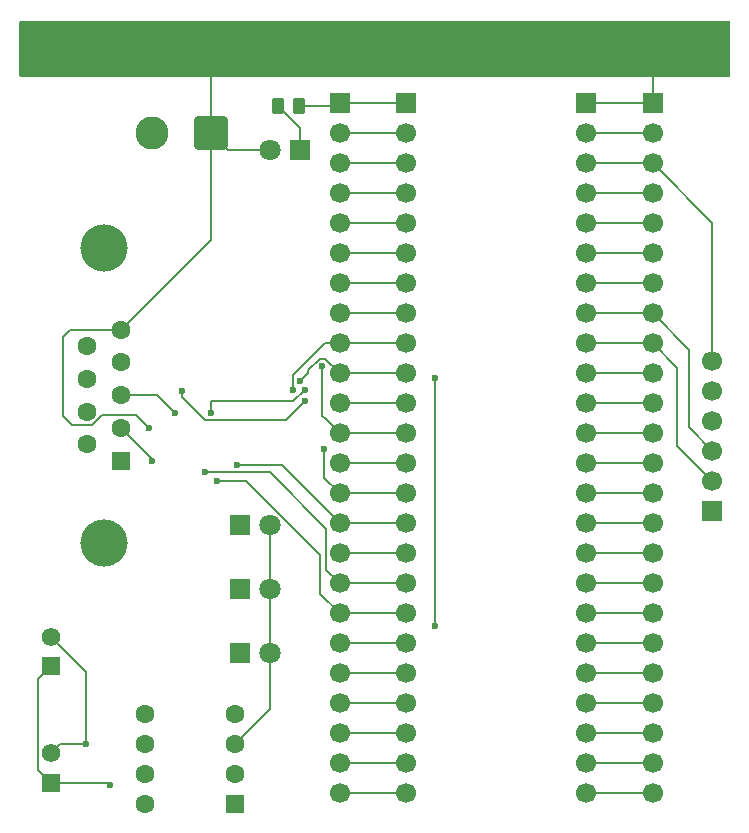
<source format=gbr>
%TF.GenerationSoftware,KiCad,Pcbnew,9.0.5*%
%TF.CreationDate,2025-10-05T13:45:15-05:00*%
%TF.ProjectId,ATO-Encoder-PCB,41544f2d-456e-4636-9f64-65722d504342,rev?*%
%TF.SameCoordinates,Original*%
%TF.FileFunction,Copper,L1,Top*%
%TF.FilePolarity,Positive*%
%FSLAX46Y46*%
G04 Gerber Fmt 4.6, Leading zero omitted, Abs format (unit mm)*
G04 Created by KiCad (PCBNEW 9.0.5) date 2025-10-05 13:45:15*
%MOMM*%
%LPD*%
G01*
G04 APERTURE LIST*
G04 Aperture macros list*
%AMRoundRect*
0 Rectangle with rounded corners*
0 $1 Rounding radius*
0 $2 $3 $4 $5 $6 $7 $8 $9 X,Y pos of 4 corners*
0 Add a 4 corners polygon primitive as box body*
4,1,4,$2,$3,$4,$5,$6,$7,$8,$9,$2,$3,0*
0 Add four circle primitives for the rounded corners*
1,1,$1+$1,$2,$3*
1,1,$1+$1,$4,$5*
1,1,$1+$1,$6,$7*
1,1,$1+$1,$8,$9*
0 Add four rect primitives between the rounded corners*
20,1,$1+$1,$2,$3,$4,$5,0*
20,1,$1+$1,$4,$5,$6,$7,0*
20,1,$1+$1,$6,$7,$8,$9,0*
20,1,$1+$1,$8,$9,$2,$3,0*%
G04 Aperture macros list end*
%TA.AperFunction,ComponentPad*%
%ADD10R,1.800000X1.800000*%
%TD*%
%TA.AperFunction,ComponentPad*%
%ADD11C,1.800000*%
%TD*%
%TA.AperFunction,SMDPad,CuDef*%
%ADD12RoundRect,0.250000X-0.262500X-0.450000X0.262500X-0.450000X0.262500X0.450000X-0.262500X0.450000X0*%
%TD*%
%TA.AperFunction,ComponentPad*%
%ADD13RoundRect,0.250001X1.149999X1.149999X-1.149999X1.149999X-1.149999X-1.149999X1.149999X-1.149999X0*%
%TD*%
%TA.AperFunction,ComponentPad*%
%ADD14C,2.800000*%
%TD*%
%TA.AperFunction,ComponentPad*%
%ADD15RoundRect,0.250000X0.550000X0.550000X-0.550000X0.550000X-0.550000X-0.550000X0.550000X-0.550000X0*%
%TD*%
%TA.AperFunction,ComponentPad*%
%ADD16C,1.600000*%
%TD*%
%TA.AperFunction,ComponentPad*%
%ADD17R,1.575000X1.575000*%
%TD*%
%TA.AperFunction,ComponentPad*%
%ADD18C,1.575000*%
%TD*%
%TA.AperFunction,ComponentPad*%
%ADD19C,1.700000*%
%TD*%
%TA.AperFunction,ComponentPad*%
%ADD20R,1.700000X1.700000*%
%TD*%
%TA.AperFunction,ComponentPad*%
%ADD21R,1.600000X1.600000*%
%TD*%
%TA.AperFunction,ComponentPad*%
%ADD22C,4.000000*%
%TD*%
%TA.AperFunction,ViaPad*%
%ADD23C,0.600000*%
%TD*%
%TA.AperFunction,Conductor*%
%ADD24C,0.200000*%
%TD*%
G04 APERTURE END LIST*
D10*
%TO.P,D4,1,K*%
%TO.N,Net-(D4-K)*%
X155526326Y-56729615D03*
D11*
%TO.P,D4,2,A*%
%TO.N,+5V*%
X152986326Y-56729615D03*
%TD*%
D10*
%TO.P,D3,1,K*%
%TO.N,Net-(D3-K)*%
X150450996Y-99271292D03*
D11*
%TO.P,D3,2,A*%
%TO.N,+5V*%
X152990996Y-99271292D03*
%TD*%
D10*
%TO.P,D2,1,K*%
%TO.N,Net-(D2-K)*%
X150450996Y-93871292D03*
D11*
%TO.P,D2,2,A*%
%TO.N,+5V*%
X152990996Y-93871292D03*
%TD*%
D10*
%TO.P,D1,1,K*%
%TO.N,Net-(D1-K)*%
X150450996Y-88471292D03*
D11*
%TO.P,D1,2,A*%
%TO.N,+5V*%
X152990996Y-88471292D03*
%TD*%
D12*
%TO.P,R10,1*%
%TO.N,Net-(D4-K)*%
X153675000Y-53000000D03*
%TO.P,R10,2*%
%TO.N,GND*%
X155500000Y-53000000D03*
%TD*%
D13*
%TO.P,J5,1,Pin_1*%
%TO.N,+5V*%
X147999999Y-55237433D03*
D14*
%TO.P,J5,2,Pin_2*%
%TO.N,GND*%
X142999999Y-55237433D03*
%TD*%
D15*
%TO.P,IC1,1,TXD*%
%TO.N,/CTX3*%
X150078300Y-112054127D03*
D16*
%TO.P,IC1,2,VSS*%
%TO.N,GND*%
X150078300Y-109514127D03*
%TO.P,IC1,3,VDD*%
%TO.N,+5V*%
X150078300Y-106974127D03*
%TO.P,IC1,4,RXD*%
%TO.N,/CRX3*%
X150078300Y-104434127D03*
%TO.P,IC1,5,SPLIT*%
%TO.N,Net-(IC1-SPLIT)*%
X142458300Y-104434127D03*
%TO.P,IC1,6,CANL*%
%TO.N,/CANL3*%
X142458300Y-106974127D03*
%TO.P,IC1,7,CANH*%
%TO.N,/CANH3*%
X142458300Y-109514127D03*
%TO.P,IC1,8,STBY*%
%TO.N,GND*%
X142458300Y-112054127D03*
%TD*%
D17*
%TO.P,J3,1,1*%
%TO.N,/CANH3*%
X134453300Y-100419127D03*
D18*
%TO.P,J3,2,2*%
%TO.N,/CANL3*%
X134453300Y-97919127D03*
%TD*%
D19*
%TO.P,JP1,24,24*%
%TO.N,Net-(U$1-P32{slash}OUT1B)*%
X158915663Y-111177632D03*
%TO.P,JP1,23,23*%
%TO.N,/CTX3*%
X158915663Y-108637632D03*
%TO.P,JP1,22,22*%
%TO.N,/CRX3*%
X158915663Y-106097632D03*
%TO.P,JP1,21,21*%
%TO.N,Net-(U$1-P29{slash}PWM{slash}TX7)*%
X158915663Y-103557632D03*
%TO.P,JP1,20,20*%
%TO.N,Net-(U$1-P28{slash}PWM{slash}RX7)*%
X158915663Y-101017632D03*
%TO.P,JP1,19,19*%
%TO.N,Net-(U$1-P27{slash}SCK1{slash}A13)*%
X158915663Y-98477632D03*
%TO.P,JP1,18,18*%
%TO.N,SPI*%
X158915663Y-95937632D03*
%TO.P,JP1,17,17*%
%TO.N,ZO*%
X158915663Y-93397632D03*
%TO.P,JP1,16,16*%
%TO.N,Net-(U$1-P24{slash}PWM{slash}SCL2{slash}TX6{slash}A10)*%
X158915663Y-90857632D03*
%TO.P,JP1,15,15*%
%TO.N,/3v3*%
X158915663Y-88317632D03*
%TO.P,JP1,14,14*%
%TO.N,SDO*%
X158915663Y-85777632D03*
%TO.P,JP1,13,13*%
%TO.N,SDI*%
X158915663Y-83237632D03*
%TO.P,JP1,12,12*%
%TO.N,CS*%
X158915663Y-80697632D03*
%TO.P,JP1,11,11*%
%TO.N,Net-(U$1-P9{slash}PWM{slash}OUT1C)*%
X158915663Y-78157632D03*
%TO.P,JP1,10,10*%
%TO.N,Encoder Fault*%
X158915663Y-75617632D03*
%TO.P,JP1,9,9*%
%TO.N,BO*%
X158915663Y-73077632D03*
%TO.P,JP1,8,8*%
%TO.N,AO*%
X158915663Y-70537632D03*
%TO.P,JP1,7,7*%
%TO.N,Net-(U$1-P5{slash}PWM{slash}IN2)*%
X158915663Y-67997632D03*
%TO.P,JP1,6,6*%
%TO.N,Net-(U$1-P4{slash}PWM{slash}BCLK2)*%
X158915663Y-65457632D03*
%TO.P,JP1,5,5*%
%TO.N,Net-(U$1-P3{slash}PWM{slash}LRCLK2)*%
X158915663Y-62917632D03*
%TO.P,JP1,4,4*%
%TO.N,Net-(U$1-P2{slash}PWM{slash}OUT2)*%
X158915663Y-60377632D03*
%TO.P,JP1,3,3*%
%TO.N,/CTX2*%
X158915663Y-57837632D03*
%TO.P,JP1,2,2*%
%TO.N,/CRX2*%
X158915663Y-55297632D03*
D20*
%TO.P,JP1,1,1*%
%TO.N,GND*%
X158915663Y-52757632D03*
%TD*%
D19*
%TO.P,JP2,24,24*%
%TO.N,Net-(U$1-MCLK2{slash}PWM{slash}P33)*%
X185412783Y-111177632D03*
%TO.P,JP2,23,23*%
%TO.N,Net-(U$1-RX8{slash}P34)*%
X185412783Y-108637632D03*
%TO.P,JP2,22,22*%
%TO.N,Net-(U$1-TX8{slash}P35)*%
X185412783Y-106097632D03*
%TO.P,JP2,21,21*%
%TO.N,Net-(U$1-CS{slash}PWM{slash}P36)*%
X185412783Y-103557632D03*
%TO.P,JP2,20,20*%
%TO.N,Net-(U$1-CS{slash}PWM{slash}P37)*%
X185412783Y-101017632D03*
%TO.P,JP2,19,19*%
%TO.N,Net-(U$1-IN1{slash}CS1{slash}A14{slash}P38)*%
X185412783Y-98477632D03*
%TO.P,JP2,18,18*%
%TO.N,Net-(U$1-OUT1A{slash}MISO1{slash}A15{slash}P39)*%
X185412783Y-95937632D03*
%TO.P,JP2,17,17*%
%TO.N,Net-(U$1-A16{slash}P40)*%
X185412783Y-93397632D03*
%TO.P,JP2,16,16*%
%TO.N,Net-(U$1-A17{slash}P41)*%
X185412783Y-90857632D03*
%TO.P,JP2,15,15*%
%TO.N,GND*%
X185412783Y-88317632D03*
%TO.P,JP2,14,14*%
%TO.N,CLK*%
X185412783Y-85777632D03*
%TO.P,JP2,13,13*%
%TO.N,Net-(U$1-PWM{slash}S{slash}PDIF-OUT{slash}TX3{slash}A0{slash}P14)*%
X185412783Y-83237632D03*
%TO.P,JP2,12,12*%
%TO.N,Net-(U$1-PWM{slash}S{slash}PDIF-IN{slash}RX3{slash}A1{slash}P15)*%
X185412783Y-80697632D03*
%TO.P,JP2,11,11*%
%TO.N,Net-(U$1-SCL1{slash}RX4{slash}A2{slash}P16)*%
X185412783Y-78157632D03*
%TO.P,JP2,10,10*%
%TO.N,Net-(U$1-SDA1{slash}TX4{slash}A3{slash}P17)*%
X185412783Y-75617632D03*
%TO.P,JP2,9,9*%
%TO.N,SDA*%
X185412783Y-73077632D03*
%TO.P,JP2,8,8*%
%TO.N,SCL*%
X185412783Y-70537632D03*
%TO.P,JP2,7,7*%
%TO.N,Net-(U$1-LRCLK1{slash}TX5{slash}A6{slash}P20)*%
X185412783Y-67997632D03*
%TO.P,JP2,6,6*%
%TO.N,Net-(U$1-BLCK1{slash}RX5{slash}A7{slash}P21)*%
X185412783Y-65457632D03*
%TO.P,JP2,5,5*%
%TO.N,Net-(U$1-PWM{slash}CTX1{slash}A8{slash}P22)*%
X185412783Y-62917632D03*
%TO.P,JP2,4,4*%
%TO.N,Net-(U$1-PWM{slash}MCLK1{slash}CRX1{slash}A9{slash}P23)*%
X185412783Y-60377632D03*
%TO.P,JP2,3,3*%
%TO.N,/3v3*%
X185412783Y-57837632D03*
%TO.P,JP2,2,2*%
%TO.N,GND*%
X185412783Y-55297632D03*
D20*
%TO.P,JP2,1,1*%
%TO.N,+5V*%
X185412783Y-52757632D03*
%TD*%
D17*
%TO.P,J2,1,1*%
%TO.N,/CANH3*%
X134453300Y-110301627D03*
D18*
%TO.P,J2,2,2*%
%TO.N,/CANL3*%
X134453300Y-107801627D03*
%TD*%
D20*
%TO.P,U$1,P47,VIN*%
%TO.N,+5V*%
X179789223Y-52757632D03*
D19*
%TO.P,U$1,P46,GND@3*%
%TO.N,GND*%
X179789223Y-55297632D03*
%TO.P,U$1,P45,3V3@2*%
%TO.N,/3v3*%
X179789223Y-57837632D03*
%TO.P,U$1,P44,PWM/MCLK1/CRX1/A9/P23*%
%TO.N,Net-(U$1-PWM{slash}MCLK1{slash}CRX1{slash}A9{slash}P23)*%
X179789223Y-60377632D03*
%TO.P,U$1,P43,PWM/CTX1/A8/P22*%
%TO.N,Net-(U$1-PWM{slash}CTX1{slash}A8{slash}P22)*%
X179789223Y-62917632D03*
%TO.P,U$1,P42,BLCK1/RX5/A7/P21*%
%TO.N,Net-(U$1-BLCK1{slash}RX5{slash}A7{slash}P21)*%
X179789223Y-65457632D03*
%TO.P,U$1,P41,LRCLK1/TX5/A6/P20*%
%TO.N,Net-(U$1-LRCLK1{slash}TX5{slash}A6{slash}P20)*%
X179789223Y-67997632D03*
%TO.P,U$1,P40,PWM/SCL/A5/P19*%
%TO.N,SCL*%
X179789223Y-70537632D03*
%TO.P,U$1,P39,PWM/SDA/A4/P18*%
%TO.N,SDA*%
X179789223Y-73077632D03*
%TO.P,U$1,P38,SDA1/TX4/A3/P17*%
%TO.N,Net-(U$1-SDA1{slash}TX4{slash}A3{slash}P17)*%
X179789223Y-75617632D03*
%TO.P,U$1,P37,SCL1/RX4/A2/P16*%
%TO.N,Net-(U$1-SCL1{slash}RX4{slash}A2{slash}P16)*%
X179789223Y-78157632D03*
%TO.P,U$1,P36,PWM/S/PDIF-IN/RX3/A1/P15*%
%TO.N,Net-(U$1-PWM{slash}S{slash}PDIF-IN{slash}RX3{slash}A1{slash}P15)*%
X179789223Y-80697632D03*
%TO.P,U$1,P35,PWM/S/PDIF-OUT/TX3/A0/P14*%
%TO.N,Net-(U$1-PWM{slash}S{slash}PDIF-OUT{slash}TX3{slash}A0{slash}P14)*%
X179789223Y-83237632D03*
%TO.P,U$1,P34,PWM/SCK/(LED)P13*%
%TO.N,CLK*%
X179789223Y-85777632D03*
%TO.P,U$1,P33,GND@2*%
%TO.N,GND*%
X179789223Y-88317632D03*
%TO.P,U$1,P32,A17/P41*%
%TO.N,Net-(U$1-A17{slash}P41)*%
X179789223Y-90857632D03*
%TO.P,U$1,P31,A16/P40*%
%TO.N,Net-(U$1-A16{slash}P40)*%
X179789223Y-93397632D03*
%TO.P,U$1,P30,OUT1A/MISO1/A15/P39*%
%TO.N,Net-(U$1-OUT1A{slash}MISO1{slash}A15{slash}P39)*%
X179789223Y-95937632D03*
%TO.P,U$1,P29,IN1/CS1/A14/P38*%
%TO.N,Net-(U$1-IN1{slash}CS1{slash}A14{slash}P38)*%
X179789223Y-98477632D03*
%TO.P,U$1,P28,CS/PWM/P37*%
%TO.N,Net-(U$1-CS{slash}PWM{slash}P37)*%
X179789223Y-101017632D03*
%TO.P,U$1,P27,CS/PWM/P36*%
%TO.N,Net-(U$1-CS{slash}PWM{slash}P36)*%
X179789223Y-103557632D03*
%TO.P,U$1,P26,TX8/P35*%
%TO.N,Net-(U$1-TX8{slash}P35)*%
X179789223Y-106097632D03*
%TO.P,U$1,P25,RX8/P34*%
%TO.N,Net-(U$1-RX8{slash}P34)*%
X179789223Y-108637632D03*
%TO.P,U$1,P24,MCLK2/PWM/P33*%
%TO.N,Net-(U$1-MCLK2{slash}PWM{slash}P33)*%
X179789223Y-111177632D03*
%TO.P,U$1,P23,P32/OUT1B*%
%TO.N,Net-(U$1-P32{slash}OUT1B)*%
X164549223Y-111177632D03*
%TO.P,U$1,P22,P31/CTX3*%
%TO.N,/CTX3*%
X164549223Y-108637632D03*
%TO.P,U$1,P21,P30/CRX3*%
%TO.N,/CRX3*%
X164549223Y-106097632D03*
%TO.P,U$1,P20,P29/PWM/TX7*%
%TO.N,Net-(U$1-P29{slash}PWM{slash}TX7)*%
X164549223Y-103557632D03*
%TO.P,U$1,P19,P28/PWM/RX7*%
%TO.N,Net-(U$1-P28{slash}PWM{slash}RX7)*%
X164549223Y-101017632D03*
%TO.P,U$1,P18,P27/SCK1/A13*%
%TO.N,Net-(U$1-P27{slash}SCK1{slash}A13)*%
X164549223Y-98477632D03*
%TO.P,U$1,P17,P26/MOSI1/A12*%
%TO.N,SPI*%
X164549223Y-95937632D03*
%TO.P,U$1,P16,P25/PWM/SDA2/RX6/A11*%
%TO.N,ZO*%
X164549223Y-93397632D03*
%TO.P,U$1,P15,P24/PWM/SCL2/TX6/A10*%
%TO.N,Net-(U$1-P24{slash}PWM{slash}SCL2{slash}TX6{slash}A10)*%
X164549223Y-90857632D03*
%TO.P,U$1,P14,3V3@1*%
%TO.N,/3v3*%
X164549223Y-88317632D03*
%TO.P,U$1,P13,P12/PWM/MQSL/MISO*%
%TO.N,SDO*%
X164549223Y-85777632D03*
%TO.P,U$1,P12,P11/PWM/CTX1/MOSI*%
%TO.N,SDI*%
X164549223Y-83237632D03*
%TO.P,U$1,P11,P10/PWM/MQSR/CS*%
%TO.N,CS*%
X164549223Y-80697632D03*
%TO.P,U$1,P10,P9/PWM/OUT1C*%
%TO.N,Net-(U$1-P9{slash}PWM{slash}OUT1C)*%
X164549223Y-78157632D03*
%TO.P,U$1,P9,P8/PWM/IN1/TX2*%
%TO.N,Encoder Fault*%
X164549223Y-75617632D03*
%TO.P,U$1,P8,P7/PWM/OUT1A/RX2*%
%TO.N,BO*%
X164549223Y-73077632D03*
%TO.P,U$1,P7,P6/PWM/OUT1D*%
%TO.N,AO*%
X164549223Y-70537632D03*
%TO.P,U$1,P6,P5/PWM/IN2*%
%TO.N,Net-(U$1-P5{slash}PWM{slash}IN2)*%
X164549223Y-67997632D03*
%TO.P,U$1,P5,P4/PWM/BCLK2*%
%TO.N,Net-(U$1-P4{slash}PWM{slash}BCLK2)*%
X164549223Y-65457632D03*
%TO.P,U$1,P4,P3/PWM/LRCLK2*%
%TO.N,Net-(U$1-P3{slash}PWM{slash}LRCLK2)*%
X164549223Y-62917632D03*
%TO.P,U$1,P3,P2/PWM/OUT2*%
%TO.N,Net-(U$1-P2{slash}PWM{slash}OUT2)*%
X164549223Y-60377632D03*
%TO.P,U$1,P2,P1/PWM/CTX2/MISO1/TX1*%
%TO.N,/CTX2*%
X164549223Y-57837632D03*
%TO.P,U$1,P1,P0/PWM/CRX2/CS1/RX1*%
%TO.N,/CRX2*%
X164549223Y-55297632D03*
D20*
%TO.P,U$1,P0,GND@1*%
%TO.N,GND*%
X164549223Y-52757632D03*
%TD*%
D19*
%TO.P,J4,6,Pin_6*%
%TO.N,/3v3*%
X190483771Y-74559001D03*
%TO.P,J4,5,Pin_5*%
%TO.N,unconnected-(J4-Pin_5-Pad5)*%
X190483771Y-77099001D03*
%TO.P,J4,4,Pin_4*%
%TO.N,GND*%
X190483771Y-79639001D03*
%TO.P,J4,3,Pin_3*%
%TO.N,SCL*%
X190483771Y-82179001D03*
%TO.P,J4,2,Pin_2*%
%TO.N,SDA*%
X190483771Y-84719001D03*
D20*
%TO.P,J4,1,Pin_1*%
%TO.N,unconnected-(J4-Pin_1-Pad1)*%
X190483771Y-87259001D03*
%TD*%
D16*
%TO.P,J1,9,9*%
%TO.N,GND*%
X137547520Y-73310021D03*
%TO.P,J1,8,8*%
%TO.N,Net-(U1-~{A})*%
X137547520Y-76080021D03*
%TO.P,J1,7,7*%
%TO.N,Net-(U1-~{B})*%
X137547520Y-78850021D03*
%TO.P,J1,6,6*%
%TO.N,Net-(U1-~{Z})*%
X137547520Y-81620021D03*
%TO.P,J1,5,5*%
%TO.N,+5V*%
X140387520Y-71925021D03*
%TO.P,J1,4,4*%
%TO.N,Net-(U1-A)*%
X140387520Y-74695021D03*
%TO.P,J1,3,3*%
%TO.N,Net-(U1-B)*%
X140387520Y-77465021D03*
%TO.P,J1,2,2*%
%TO.N,Net-(U1-Z)*%
X140387520Y-80235021D03*
D21*
%TO.P,J1,1,1*%
%TO.N,GND*%
X140387520Y-83005021D03*
D22*
%TO.P,J1,0*%
%TO.N,N/C*%
X138967520Y-89965021D03*
X138967520Y-64965021D03*
%TD*%
D23*
%TO.N,CS*%
X157459070Y-75017632D03*
%TO.N,Encoder Fault*%
X155600000Y-76279788D03*
%TO.N,SPI*%
X148500000Y-84750000D03*
%TO.N,/3v3*%
X150250000Y-83400000D03*
%TO.N,ZO*%
X147500000Y-84000000D03*
%TO.N,+5V*%
X142750000Y-80250000D03*
%TO.N,Net-(U1-~{AFAULT})*%
X167000000Y-97000000D03*
X167000000Y-76000000D03*
%TO.N,BO*%
X155000000Y-77000000D03*
%TO.N,SDO*%
X157600000Y-82000000D03*
%TO.N,Net-(U1-~{B})*%
X156000000Y-78000000D03*
%TO.N,Net-(U1-B)*%
X148000000Y-79000000D03*
%TO.N,Net-(U1-~{B})*%
X145562635Y-77141425D03*
%TO.N,Net-(U1-B)*%
X156000000Y-77000000D03*
%TO.N,Net-(U1-Z)*%
X143000000Y-83000000D03*
%TO.N,Net-(U1-B)*%
X145000000Y-79000000D03*
%TO.N,/CANH3*%
X139508300Y-110434127D03*
%TO.N,/CANL3*%
X137458300Y-106984127D03*
%TD*%
D24*
%TO.N,+5V*%
X150078300Y-106974127D02*
X152990996Y-104061431D01*
X152990996Y-104061431D02*
X152990996Y-99271292D01*
%TO.N,CS*%
X157459070Y-79241040D02*
X157734015Y-79515985D01*
X157459070Y-75017632D02*
X157459070Y-79241040D01*
%TO.N,Encoder Fault*%
X156262156Y-75617632D02*
X156262156Y-75364603D01*
X157714663Y-74416632D02*
X158915663Y-75617632D01*
X156262156Y-75364603D02*
X157210127Y-74416632D01*
X157210127Y-74416632D02*
X157714663Y-74416632D01*
X155600000Y-76279788D02*
X156262156Y-75617632D01*
%TO.N,SPI*%
X148500000Y-84750000D02*
X150968175Y-84750000D01*
X150968175Y-84750000D02*
X157250000Y-91031825D01*
X157250000Y-94271969D02*
X158915663Y-95937632D01*
X157250000Y-91031825D02*
X157250000Y-94271969D01*
%TO.N,/3v3*%
X150250000Y-83400000D02*
X153998031Y-83400000D01*
X153998031Y-83400000D02*
X158915663Y-88317632D01*
%TO.N,ZO*%
X157764663Y-88764663D02*
X157764663Y-92246632D01*
X153000000Y-84000000D02*
X157764663Y-88764663D01*
X147500000Y-84000000D02*
X153000000Y-84000000D01*
X157764663Y-92246632D02*
X158915663Y-93397632D01*
%TO.N,/3v3*%
X185412783Y-57837632D02*
X190483771Y-62908620D01*
X190483771Y-62908620D02*
X190483771Y-74559001D01*
%TO.N,+5V*%
X185412783Y-48662783D02*
X185250000Y-48500000D01*
X185412783Y-52757632D02*
X185412783Y-48662783D01*
X147999999Y-55237433D02*
X148000000Y-49250000D01*
%TO.N,Net-(D4-K)*%
X155526326Y-56729615D02*
X155526326Y-54851326D01*
X155526326Y-54851326D02*
X153675000Y-53000000D01*
%TO.N,+5V*%
X152986326Y-56729615D02*
X149492181Y-56729615D01*
X149492181Y-56729615D02*
X147999999Y-55237433D01*
X152990996Y-93871292D02*
X152990996Y-88471292D01*
X152990996Y-99271292D02*
X152990996Y-93871292D01*
X140387520Y-71925021D02*
X147999999Y-64312542D01*
X147999999Y-64312542D02*
X147999999Y-55237433D01*
%TO.N,GND*%
X155500000Y-53000000D02*
X158673295Y-53000000D01*
X158673295Y-53000000D02*
X158915663Y-52757632D01*
%TO.N,Net-(D4-K)*%
X153500000Y-53175000D02*
X153675000Y-53000000D01*
%TO.N,+5V*%
X142750000Y-80250000D02*
X141634021Y-79134021D01*
X138820570Y-79134021D02*
X137954591Y-80000000D01*
X136250000Y-80000000D02*
X135500000Y-79250000D01*
X136074979Y-71925021D02*
X140387520Y-71925021D01*
X135500000Y-79250000D02*
X135500000Y-72500000D01*
X141634021Y-79134021D02*
X138820570Y-79134021D01*
X137954591Y-80000000D02*
X136250000Y-80000000D01*
X135500000Y-72500000D02*
X136074979Y-71925021D01*
%TO.N,Net-(U1-~{AFAULT})*%
X167000000Y-76000000D02*
X167000000Y-97000000D01*
%TO.N,BO*%
X155000000Y-77000000D02*
X155000000Y-75791214D01*
X157713582Y-73077632D02*
X158915663Y-73077632D01*
X155000000Y-75791214D02*
X157713582Y-73077632D01*
%TO.N,CS*%
X157734015Y-79515985D02*
X158915663Y-80697632D01*
%TO.N,SDO*%
X157600000Y-84461969D02*
X158915663Y-85777632D01*
X157600000Y-82000000D02*
X157600000Y-84461969D01*
%TO.N,Net-(U1-~{B})*%
X147509710Y-79601000D02*
X154399000Y-79601000D01*
X154399000Y-79601000D02*
X156000000Y-78000000D01*
X145562635Y-77653925D02*
X147509710Y-79601000D01*
X145562635Y-77141425D02*
X145562635Y-77653925D01*
%TO.N,Net-(U1-B)*%
X148000000Y-78000000D02*
X148000000Y-79000000D01*
X155000000Y-78000000D02*
X148000000Y-78000000D01*
X156000000Y-77000000D02*
X155000000Y-78000000D01*
%TO.N,Net-(U1-Z)*%
X143000000Y-83000000D02*
X143000000Y-82847501D01*
X143000000Y-82847501D02*
X140387520Y-80235021D01*
%TO.N,Net-(U1-B)*%
X145000000Y-79000000D02*
X143465021Y-77465021D01*
X143465021Y-77465021D02*
X140387520Y-77465021D01*
%TO.N,GND*%
X179789223Y-55297632D02*
X185412783Y-55297632D01*
X158915663Y-52757632D02*
X164549223Y-52757632D01*
X179789223Y-88317632D02*
X185412783Y-88317632D01*
%TO.N,+5V*%
X179789223Y-52757632D02*
X185412783Y-52757632D01*
%TO.N,SDA*%
X179789223Y-73077632D02*
X185412783Y-73077632D01*
%TO.N,SCL*%
X179789223Y-70537632D02*
X185412783Y-70537632D01*
%TO.N,/3v3*%
X158915663Y-88317632D02*
X164549223Y-88317632D01*
X179789223Y-57837632D02*
X185412783Y-57837632D01*
%TO.N,Net-(U$1-P29{slash}PWM{slash}TX7)*%
X158915663Y-103557632D02*
X164549223Y-103557632D01*
%TO.N,BO*%
X158915663Y-73077632D02*
X164549223Y-73077632D01*
%TO.N,SDI*%
X158915663Y-83237632D02*
X164549223Y-83237632D01*
%TO.N,Net-(U$1-P28{slash}PWM{slash}RX7)*%
X158915663Y-101017632D02*
X164549223Y-101017632D01*
%TO.N,Net-(U$1-P32{slash}OUT1B)*%
X158915663Y-111177632D02*
X164549223Y-111177632D01*
%TO.N,Net-(U$1-P3{slash}PWM{slash}LRCLK2)*%
X158915663Y-62917632D02*
X164549223Y-62917632D01*
%TO.N,SPI*%
X158915663Y-95937632D02*
X164549223Y-95937632D01*
%TO.N,Net-(U$1-P4{slash}PWM{slash}BCLK2)*%
X158915663Y-65457632D02*
X164549223Y-65457632D01*
%TO.N,CS*%
X158915663Y-80697632D02*
X164549223Y-80697632D01*
%TO.N,Net-(U$1-LRCLK1{slash}TX5{slash}A6{slash}P20)*%
X179789223Y-67997632D02*
X185412783Y-67997632D01*
%TO.N,SDO*%
X158915663Y-85777632D02*
X164549223Y-85777632D01*
%TO.N,Net-(U$1-P27{slash}SCK1{slash}A13)*%
X158915663Y-98477632D02*
X164549223Y-98477632D01*
%TO.N,ZO*%
X158915663Y-93397632D02*
X164549223Y-93397632D01*
%TO.N,Encoder Fault*%
X158915663Y-75617632D02*
X164549223Y-75617632D01*
%TO.N,Net-(U$1-P2{slash}PWM{slash}OUT2)*%
X158915663Y-60377632D02*
X164549223Y-60377632D01*
%TO.N,Net-(U$1-P24{slash}PWM{slash}SCL2{slash}TX6{slash}A10)*%
X158915663Y-90857632D02*
X164549223Y-90857632D01*
%TO.N,Net-(U$1-TX8{slash}P35)*%
X179789223Y-106097632D02*
X185412783Y-106097632D01*
%TO.N,Net-(U$1-CS{slash}PWM{slash}P36)*%
X179789223Y-103557632D02*
X185412783Y-103557632D01*
%TO.N,Net-(U$1-BLCK1{slash}RX5{slash}A7{slash}P21)*%
X179789223Y-65457632D02*
X185412783Y-65457632D01*
%TO.N,Net-(U$1-SDA1{slash}TX4{slash}A3{slash}P17)*%
X179789223Y-75617632D02*
X185412783Y-75617632D01*
%TO.N,Net-(U$1-MCLK2{slash}PWM{slash}P33)*%
X179789223Y-111177632D02*
X185412783Y-111177632D01*
%TO.N,Net-(U$1-A17{slash}P41)*%
X179789223Y-90857632D02*
X185412783Y-90857632D01*
%TO.N,Net-(U$1-PWM{slash}CTX1{slash}A8{slash}P22)*%
X179789223Y-62917632D02*
X185412783Y-62917632D01*
%TO.N,Net-(U$1-IN1{slash}CS1{slash}A14{slash}P38)*%
X179789223Y-98477632D02*
X185412783Y-98477632D01*
%TO.N,Net-(U$1-PWM{slash}S{slash}PDIF-OUT{slash}TX3{slash}A0{slash}P14)*%
X179789223Y-83237632D02*
X185412783Y-83237632D01*
%TO.N,Net-(U$1-A16{slash}P40)*%
X179789223Y-93397632D02*
X185412783Y-93397632D01*
%TO.N,Net-(U$1-OUT1A{slash}MISO1{slash}A15{slash}P39)*%
X179789223Y-95937632D02*
X185412783Y-95937632D01*
%TO.N,Net-(U$1-SCL1{slash}RX4{slash}A2{slash}P16)*%
X179789223Y-78157632D02*
X185412783Y-78157632D01*
%TO.N,Net-(U$1-RX8{slash}P34)*%
X179789223Y-108637632D02*
X185412783Y-108637632D01*
%TO.N,CLK*%
X179789223Y-85777632D02*
X185412783Y-85777632D01*
%TO.N,Net-(U$1-PWM{slash}MCLK1{slash}CRX1{slash}A9{slash}P23)*%
X179789223Y-60377632D02*
X185412783Y-60377632D01*
%TO.N,Net-(U$1-PWM{slash}S{slash}PDIF-IN{slash}RX3{slash}A1{slash}P15)*%
X179789223Y-80697632D02*
X185412783Y-80697632D01*
%TO.N,Net-(U$1-CS{slash}PWM{slash}P37)*%
X179789223Y-101017632D02*
X185412783Y-101017632D01*
%TO.N,/CANL3*%
X137458300Y-106984127D02*
X137458300Y-100924127D01*
X137458300Y-100924127D02*
X134453300Y-97919127D01*
X137458300Y-106984127D02*
X135270800Y-106984127D01*
X135270800Y-106984127D02*
X134453300Y-107801627D01*
%TO.N,/CANH3*%
X133364800Y-109213127D02*
X133364800Y-101507627D01*
X134453300Y-110301627D02*
X133364800Y-109213127D01*
X133364800Y-101507627D02*
X134453300Y-100419127D01*
X139508300Y-110434127D02*
X139375800Y-110301627D01*
X139375800Y-110301627D02*
X134453300Y-110301627D01*
%TO.N,Net-(U$1-P5{slash}PWM{slash}IN2)*%
X158915663Y-67997632D02*
X164549223Y-67997632D01*
%TO.N,AO*%
X158915663Y-70537632D02*
X164549223Y-70537632D01*
%TO.N,Net-(U$1-P9{slash}PWM{slash}OUT1C)*%
X158915663Y-78157632D02*
X164549223Y-78157632D01*
%TO.N,/CTX2*%
X158915663Y-57837632D02*
X164549223Y-57837632D01*
%TO.N,/CRX2*%
X158915663Y-55297632D02*
X164549223Y-55297632D01*
%TO.N,/CRX3*%
X158915663Y-106097632D02*
X164549223Y-106097632D01*
%TO.N,/CTX3*%
X158915663Y-108637632D02*
X164549223Y-108637632D01*
%TO.N,SDA*%
X187497367Y-75162216D02*
X185412783Y-73077632D01*
X187497367Y-81732597D02*
X187497367Y-75162216D01*
X190483771Y-84719001D02*
X187497367Y-81732597D01*
%TO.N,SCL*%
X190483771Y-82179001D02*
X188497367Y-80192597D01*
X188497367Y-80192597D02*
X188497367Y-73622216D01*
X188497367Y-73622216D02*
X185412783Y-70537632D01*
%TD*%
%TA.AperFunction,Conductor*%
%TO.N,+5V*%
G36*
X191943039Y-45790185D02*
G01*
X191988794Y-45842989D01*
X192000000Y-45894500D01*
X192000000Y-50376000D01*
X191980315Y-50443039D01*
X191927511Y-50488794D01*
X191876000Y-50500000D01*
X131894500Y-50500000D01*
X131827461Y-50480315D01*
X131781706Y-50427511D01*
X131770500Y-50376000D01*
X131770500Y-45894500D01*
X131790185Y-45827461D01*
X131842989Y-45781706D01*
X131894500Y-45770500D01*
X191876000Y-45770500D01*
X191943039Y-45790185D01*
G37*
%TD.AperFunction*%
%TD*%
M02*

</source>
